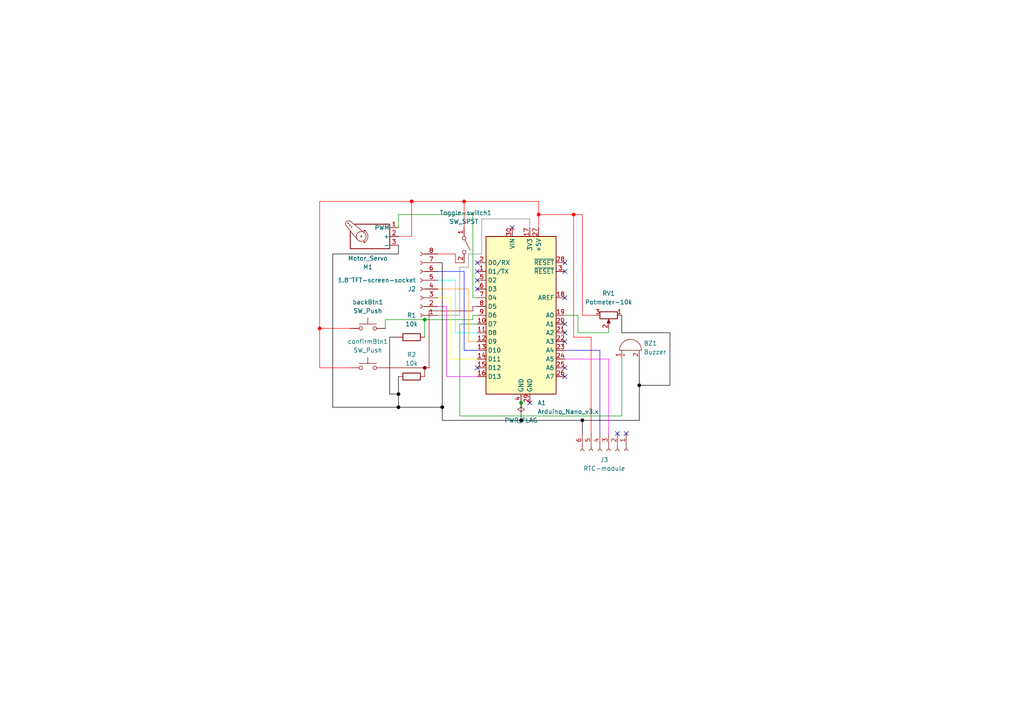
<source format=kicad_sch>
(kicad_sch (version 20231120) (generator "eeschema") (generator_version "8.0")
  (paper "A4")
  (lib_symbols
    (symbol "Connector:Conn_01x06_Socket" (pin_names (offset 1.016) hide)
      (property "Reference" "J" (at 0 7.62 0))
      (property "Value" "Conn_01x06_Socket" (at 0 -10.16 0))
      (symbol "Conn_01x06_Socket_1_1"
        (arc (start 0 -7.112) (mid -0.5058 -7.62) (end 0 -8.128) (stroke (width 0.1524)))
        (arc (start 0 -4.572) (mid -0.5058 -5.08) (end 0 -5.588) (stroke (width 0.1524)))
        (arc (start 0 -2.032) (mid -0.5058 -2.54) (end 0 -3.048) (stroke (width 0.1524)))
        (polyline (pts (xy -1.27 -7.62) (xy -0.508 -7.62)) (stroke (width 0.1524)))
        (polyline (pts (xy -1.27 -5.08) (xy -0.508 -5.08)) (stroke (width 0.1524)))
        (polyline (pts (xy -1.27 -2.54) (xy -0.508 -2.54)) (stroke (width 0.1524)))
        (polyline (pts (xy -1.27 0) (xy -0.508 0)) (stroke (width 0.1524)))
        (polyline (pts (xy -1.27 2.54) (xy -0.508 2.54)) (stroke (width 0.1524)))
        (polyline (pts (xy -1.27 5.08) (xy -0.508 5.08)) (stroke (width 0.1524)))
        (arc (start 0 0.508) (mid -0.5058 0) (end 0 -0.508) (stroke (width 0.1524)))
        (arc (start 0 3.048) (mid -0.5058 2.54) (end 0 2.032) (stroke (width 0.1524)))
        (arc (start 0 5.588) (mid -0.5058 5.08) (end 0 4.572) (stroke (width 0.1524)))
        (pin passive line (at -5.08 5.08 0) (length 3.81) (name "Pin_1") (number "1"))
        (pin passive line (at -5.08 2.54 0) (length 3.81) (name "Pin_2") (number "2"))
        (pin passive line (at -5.08 0 0) (length 3.81) (name "Pin_3") (number "3"))
        (pin passive line (at -5.08 -2.54 0) (length 3.81) (name "Pin_4") (number "4"))
        (pin passive line (at -5.08 -5.08 0) (length 3.81) (name "Pin_5") (number "5"))
        (pin passive line (at -5.08 -7.62 0) (length 3.81) (name "Pin_6") (number "6"))
      )
    )
    (symbol "Connector:Conn_01x08_Socket" (pin_names (offset 1.016) hide)
      (property "Reference" "J" (at 0 10.16 0))
      (property "Value" "Conn_01x08_Socket" (at 0 -12.7 0))
      (symbol "Conn_01x08_Socket_1_1"
        (arc (start 0 -9.652) (mid -0.5058 -10.16) (end 0 -10.668) (stroke (width 0.1524)))
        (arc (start 0 -7.112) (mid -0.5058 -7.62) (end 0 -8.128) (stroke (width 0.1524)))
        (arc (start 0 -4.572) (mid -0.5058 -5.08) (end 0 -5.588) (stroke (width 0.1524)))
        (arc (start 0 -2.032) (mid -0.5058 -2.54) (end 0 -3.048) (stroke (width 0.1524)))
        (polyline (pts (xy -1.27 -10.16) (xy -0.508 -10.16)) (stroke (width 0.1524)))
        (polyline (pts (xy -1.27 -7.62) (xy -0.508 -7.62)) (stroke (width 0.1524)))
        (polyline (pts (xy -1.27 -5.08) (xy -0.508 -5.08)) (stroke (width 0.1524)))
        (polyline (pts (xy -1.27 -2.54) (xy -0.508 -2.54)) (stroke (width 0.1524)))
        (polyline (pts (xy -1.27 0) (xy -0.508 0)) (stroke (width 0.1524)))
        (polyline (pts (xy -1.27 2.54) (xy -0.508 2.54)) (stroke (width 0.1524)))
        (polyline (pts (xy -1.27 5.08) (xy -0.508 5.08)) (stroke (width 0.1524)))
        (polyline (pts (xy -1.27 7.62) (xy -0.508 7.62)) (stroke (width 0.1524)))
        (arc (start 0 0.508) (mid -0.5058 0) (end 0 -0.508) (stroke (width 0.1524)))
        (arc (start 0 3.048) (mid -0.5058 2.54) (end 0 2.032) (stroke (width 0.1524)))
        (arc (start 0 5.588) (mid -0.5058 5.08) (end 0 4.572) (stroke (width 0.1524)))
        (arc (start 0 8.128) (mid -0.5058 7.62) (end 0 7.112) (stroke (width 0.1524)))
        (pin passive line (at -5.08 7.62 0) (length 3.81) (name "Pin_1") (number "1"))
        (pin passive line (at -5.08 5.08 0) (length 3.81) (name "Pin_2") (number "2"))
        (pin passive line (at -5.08 2.54 0) (length 3.81) (name "Pin_3") (number "3"))
        (pin passive line (at -5.08 0 0) (length 3.81) (name "Pin_4") (number "4"))
        (pin passive line (at -5.08 -2.54 0) (length 3.81) (name "Pin_5") (number "5"))
        (pin passive line (at -5.08 -5.08 0) (length 3.81) (name "Pin_6") (number "6"))
        (pin passive line (at -5.08 -7.62 0) (length 3.81) (name "Pin_7") (number "7"))
        (pin passive line (at -5.08 -10.16 0) (length 3.81) (name "Pin_8") (number "8"))
      )
    )
    (symbol "Device:Buzzer" (pin_names (offset 0.0254) hide)
      (property "Reference" "BZ" (at 3.81 1.27 0))
      (property "Value" "Buzzer" (at 3.81 -1.27 0))
      (symbol "Buzzer_0_1"
        (arc (start 0 -3.175) (mid 3.1612 0) (end 0 3.175))
        (polyline (pts (xy -1.651 1.905) (xy -1.143 1.905)))
        (polyline (pts (xy -1.397 2.159) (xy -1.397 1.651)))
        (polyline (pts (xy 0 3.175) (xy 0 -3.175)))
      )
      (symbol "Buzzer_1_1"
        (pin passive line (at -2.54 2.54 0) (length 2.54) (name "+") (number "1"))
        (pin passive line (at -2.54 -2.54 0) (length 2.54) (name "-") (number "2"))
      )
    )
    (symbol "Device:R" (pin_numbers hide) (pin_names (offset 0))
      (property "Reference" "R" (at 2.032 0 90))
      (property "Value" "R" (at 0 0 90))
      (symbol "R_0_1"
        (rectangle (start -1.016 -2.54) (end 1.016 2.54) (stroke (width 0.254)))
      )
      (symbol "R_1_1"
        (pin passive line (at 0 3.81 270) (length 1.27) (name "~") (number "1"))
        (pin passive line (at 0 -3.81 90) (length 1.27) (name "~") (number "2"))
      )
    )
    (symbol "Device:R_Potentiometer" (pin_names (offset 1.016) hide)
      (property "Reference" "RV" (at -4.445 0 90))
      (property "Value" "R_Potentiometer" (at -2.54 0 90))
      (symbol "R_Potentiometer_0_1"
        (polyline (pts (xy 2.54 0) (xy 1.524 0)))
        (polyline (pts (xy 1.143 0) (xy 2.286 0.508) (xy 2.286 -0.508) (xy 1.143 0)) (fill (type outline)))
        (rectangle (start 1.016 2.54) (end -1.016 -2.54) (stroke (width 0.254)))
      )
      (symbol "R_Potentiometer_1_1"
        (pin passive line (at 0 3.81 270) (length 1.27) (name "1") (number "1"))
        (pin passive line (at 3.81 0 180) (length 1.27) (name "2") (number "2"))
        (pin passive line (at 0 -3.81 90) (length 1.27) (name "3") (number "3"))
      )
    )
    (symbol "MCU_Module:Arduino_Nano_v3.x"
      (property "Reference" "A" (at -10.16 23.495 0))
      (property "Value" "Arduino_Nano_v3.x" (at 5.08 -24.13 0))
      (symbol "Arduino_Nano_v3.x_0_1"
        (rectangle (start -10.16 22.86) (end 10.16 -22.86) (stroke (width 0.254)) (fill (type background)))
      )
      (symbol "Arduino_Nano_v3.x_1_1"
        (pin bidirectional line (at -12.7 12.7 0) (length 2.54) (name "D1/TX") (number "1"))
        (pin bidirectional line (at -12.7 -2.54 0) (length 2.54) (name "D7") (number "10"))
        (pin bidirectional line (at -12.7 -5.08 0) (length 2.54) (name "D8") (number "11"))
        (pin bidirectional line (at -12.7 -7.62 0) (length 2.54) (name "D9") (number "12"))
        (pin bidirectional line (at -12.7 -10.16 0) (length 2.54) (name "D10") (number "13"))
        (pin bidirectional line (at -12.7 -12.7 0) (length 2.54) (name "D11") (number "14"))
        (pin bidirectional line (at -12.7 -15.24 0) (length 2.54) (name "D12") (number "15"))
        (pin bidirectional line (at -12.7 -17.78 0) (length 2.54) (name "D13") (number "16"))
        (pin power_out line (at 2.54 25.4 270) (length 2.54) (name "3V3") (number "17"))
        (pin input line (at 12.7 5.08 180) (length 2.54) (name "AREF") (number "18"))
        (pin bidirectional line (at 12.7 0 180) (length 2.54) (name "A0") (number "19"))
        (pin bidirectional line (at -12.7 15.24 0) (length 2.54) (name "D0/RX") (number "2"))
        (pin bidirectional line (at 12.7 -2.54 180) (length 2.54) (name "A1") (number "20"))
        (pin bidirectional line (at 12.7 -5.08 180) (length 2.54) (name "A2") (number "21"))
        (pin bidirectional line (at 12.7 -7.62 180) (length 2.54) (name "A3") (number "22"))
        (pin bidirectional line (at 12.7 -10.16 180) (length 2.54) (name "A4") (number "23"))
        (pin bidirectional line (at 12.7 -12.7 180) (length 2.54) (name "A5") (number "24"))
        (pin bidirectional line (at 12.7 -15.24 180) (length 2.54) (name "A6") (number "25"))
        (pin bidirectional line (at 12.7 -17.78 180) (length 2.54) (name "A7") (number "26"))
        (pin power_out line (at 5.08 25.4 270) (length 2.54) (name "+5V") (number "27"))
        (pin input line (at 12.7 15.24 180) (length 2.54) (name "~{RESET}") (number "28"))
        (pin power_in line (at 2.54 -25.4 90) (length 2.54) (name "GND") (number "29"))
        (pin input line (at 12.7 12.7 180) (length 2.54) (name "~{RESET}") (number "3"))
        (pin power_in line (at -2.54 25.4 270) (length 2.54) (name "VIN") (number "30"))
        (pin power_in line (at 0 -25.4 90) (length 2.54) (name "GND") (number "4"))
        (pin bidirectional line (at -12.7 10.16 0) (length 2.54) (name "D2") (number "5"))
        (pin bidirectional line (at -12.7 7.62 0) (length 2.54) (name "D3") (number "6"))
        (pin bidirectional line (at -12.7 5.08 0) (length 2.54) (name "D4") (number "7"))
        (pin bidirectional line (at -12.7 2.54 0) (length 2.54) (name "D5") (number "8"))
        (pin bidirectional line (at -12.7 0 0) (length 2.54) (name "D6") (number "9"))
      )
    )
    (symbol "Motor:Motor_Servo" (pin_names (offset 0.0254))
      (property "Reference" "M" (at -5.08 4.445 0))
      (property "Value" "Motor_Servo" (at -5.08 -4.064 0))
      (symbol "Motor_Servo_0_1"
        (polyline (pts (xy 2.413 -1.778) (xy 2.032 -1.778)))
        (polyline (pts (xy 2.413 -1.778) (xy 2.286 -1.397)))
        (polyline (pts (xy 2.413 1.778) (xy 1.905 1.778)))
        (polyline (pts (xy 2.413 1.778) (xy 2.286 1.397)))
        (polyline (pts (xy 6.35 4.445) (xy 2.54 1.27)))
        (polyline (pts (xy 7.62 3.175) (xy 4.191 -1.016)))
        (polyline (pts (xy 5.08 3.556) (xy -5.08 3.556) (xy -5.08 -3.556) (xy 6.35 -3.556) (xy 6.35 1.524)) (stroke (width 0.254)))
        (arc (start 2.413 1.778) (mid 1.2406 0) (end 2.413 -1.778))
        (circle (center 3.175 0) (radius 0.1778))
        (circle (center 3.175 0) (radius 1.4224))
        (circle (center 5.969 2.794) (radius 0.127))
        (circle (center 6.477 3.302) (radius 0.127))
        (circle (center 6.985 3.81) (radius 0.127))
        (arc (start 7.62 3.175) (mid 7.4485 4.2735) (end 6.35 4.445))
      )
      (symbol "Motor_Servo_1_1"
        (pin passive line (at -7.62 2.54 0) (length 2.54) (name "PWM") (number "1"))
        (pin passive line (at -7.62 0 0) (length 2.54) (name "+") (number "2"))
        (pin passive line (at -7.62 -2.54 0) (length 2.54) (name "-") (number "3"))
      )
    )
    (symbol "Switch:SW_Push" (pin_numbers hide) (pin_names (offset 1.016) hide)
      (property "Reference" "SW" (at 1.27 2.54 0))
      (property "Value" "SW_Push" (at 0 -1.524 0))
      (symbol "SW_Push_0_1"
        (circle (center -2.032 0) (radius 0.508))
        (polyline (pts (xy 0 1.27) (xy 0 3.048)))
        (polyline (pts (xy 2.54 1.27) (xy -2.54 1.27)))
        (circle (center 2.032 0) (radius 0.508))
        (pin passive line (at -5.08 0 0) (length 2.54) (name "1") (number "1"))
        (pin passive line (at 5.08 0 180) (length 2.54) (name "2") (number "2"))
      )
    )
    (symbol "Switch:SW_SPST" (pin_names (offset 0) hide)
      (property "Reference" "SW" (at 0 3.175 0))
      (property "Value" "SW_SPST" (at 0 -2.54 0))
      (symbol "SW_SPST_0_0"
        (circle (center -2.032 0) (radius 0.508))
        (polyline (pts (xy -1.524 0.254) (xy 1.524 1.778)))
        (circle (center 2.032 0) (radius 0.508))
      )
      (symbol "SW_SPST_1_1"
        (pin passive line (at -5.08 0 0) (length 2.54) (name "A") (number "1"))
        (pin passive line (at 5.08 0 180) (length 2.54) (name "B") (number "2"))
      )
    )
    (symbol "power:PWR_FLAG" (power) (pin_numbers hide) (pin_names (offset 0) hide)
      (property "Value" "PWR_FLAG" (at 0 3.81 0))
      (symbol "PWR_FLAG_0_0"
        (pin power_out line (at 0 0 90) (length 0) (name "~") (number "1"))
      )
      (symbol "PWR_FLAG_0_1"
        (polyline (pts (xy 0 0) (xy 0 1.27) (xy -1.016 1.905) (xy 0 2.54) (xy 1.016 1.905) (xy 0 1.27)))
      )
    )
  )
  (junction (at 115.57 118.11) (color 0 0 0 1))
  (junction (at 156.21 62.23) (color 255 0 0 1))
  (junction (at 134.62 58.42) (color 255 0 0 1))
  (junction (at 92.71 95.25) (color 255 0 0 1))
  (junction (at 151.13 116.84))
  (junction (at 119.38 58.42) (color 255 0 0 1))
  (junction (at 123.19 92.71))
  (junction (at 123.19 106.68) (color 132 0 0 1))
  (junction (at 166.37 62.23) (color 255 0 0 1))
  (junction (at 128.27 118.11) (color 0 0 0 1))
  (junction (at 185.42 111.76) (color 0 0 0 1))
  (junction (at 151.13 121.92) (color 0 0 0 1))
  (junction (at 168.91 121.92) (color 0 0 0 1))
  (junction (at 115.57 114.3) (color 0 0 0 1))
  (no_connect (at 163.83 78.74))
  (no_connect (at 138.43 83.82))
  (no_connect (at 181.61 125.73))
  (no_connect (at 163.83 93.98))
  (no_connect (at 163.83 109.22))
  (no_connect (at 148.59 66.04))
  (no_connect (at 138.43 106.68))
  (no_connect (at 163.83 76.2))
  (no_connect (at 163.83 96.52))
  (no_connect (at 153.67 116.84))
  (no_connect (at 163.83 86.36))
  (no_connect (at 138.43 76.2))
  (no_connect (at 179.07 125.73))
  (no_connect (at 163.83 99.06))
  (no_connect (at 138.43 78.74))
  (no_connect (at 163.83 106.68))
  (no_connect (at 138.43 81.28))
  (wire (pts (xy 115.57 114.3) (xy 115.57 118.11)) (stroke (width 0) (color 0 0 0 1)))
  (wire (pts (xy 137.16 88.9) (xy 137.16 90.17)) (stroke (width 0) (color 132 0 0 1)))
  (wire (pts (xy 113.03 97.79) (xy 113.03 114.3)) (stroke (width 0) (color 0 0 0 1)))
  (wire (pts (xy 163.83 104.14) (xy 176.53 104.14)) (stroke (width 0) (color 255 0 255 1)))
  (wire (pts (xy 133.35 120.65) (xy 133.35 93.98)))
  (wire (pts (xy 167.64 96.52) (xy 167.64 91.44)))
  (wire (pts (xy 171.45 125.73) (xy 171.45 97.79)) (stroke (width 0) (color 255 0 0 1)))
  (wire (pts (xy 115.57 62.23) (xy 137.16 62.23)))
  (wire (pts (xy 123.19 106.68) (xy 123.19 109.22)) (stroke (width 0) (color 132 0 0 1)))
  (wire (pts (xy 123.19 106.68) (xy 111.76 106.68)) (stroke (width 0) (color 132 0 0 1)))
  (wire (pts (xy 115.57 62.23) (xy 115.57 66.04)))
  (wire (pts (xy 134.62 78.74) (xy 134.62 101.6)) (stroke (width 0) (color 0 0 255 1)))
  (wire (pts (xy 127 86.36) (xy 130.81 86.36)) (stroke (width 0) (color 255 255 0 1)))
  (wire (pts (xy 130.81 86.36) (xy 130.81 104.14)) (stroke (width 0) (color 255 255 0 1)))
  (wire (pts (xy 128.27 118.11) (xy 128.27 121.92)) (stroke (width 0) (color 0 0 0 1)))
  (wire (pts (xy 119.38 68.58) (xy 119.38 58.42)) (stroke (width 0) (color 255 0 0 1)))
  (wire (pts (xy 180.34 96.52) (xy 194.31 96.52)) (stroke (width 0) (color 0 0 0 1)))
  (wire (pts (xy 127 83.82) (xy 135.89 83.82)) (stroke (width 0) (color 255 153 0 1)))
  (wire (pts (xy 168.91 62.23) (xy 166.37 62.23)) (stroke (width 0) (color 255 0 0 1)))
  (wire (pts (xy 115.57 118.11) (xy 128.27 118.11)) (stroke (width 0) (color 0 0 0 1)))
  (wire (pts (xy 128.27 76.2) (xy 128.27 118.11)) (stroke (width 0) (color 0 0 0 1)))
  (wire (pts (xy 167.64 91.44) (xy 163.83 91.44)))
  (wire (pts (xy 115.57 109.22) (xy 115.57 114.3)) (stroke (width 0) (color 0 0 0 1)))
  (wire (pts (xy 166.37 62.23) (xy 156.21 62.23)) (stroke (width 0) (color 255 0 0 1)))
  (wire (pts (xy 137.16 92.71) (xy 123.19 92.71)))
  (wire (pts (xy 185.42 104.14) (xy 185.42 111.76)) (stroke (width 0) (color 0 0 0 1)))
  (wire (pts (xy 113.03 114.3) (xy 115.57 114.3)) (stroke (width 0) (color 0 0 0 1)))
  (wire (pts (xy 133.35 91.44) (xy 133.35 77.47)) (stroke (width 0) (color 132 132 132 1)))
  (wire (pts (xy 127 73.66) (xy 132.08 73.66)) (stroke (width 0) (color 255 0 0 1)))
  (wire (pts (xy 132.08 73.66) (xy 132.08 76.2)) (stroke (width 0) (color 255 0 0 1)))
  (wire (pts (xy 127 76.2) (xy 128.27 76.2)) (stroke (width 0) (color 0 0 0 1)))
  (wire (pts (xy 134.62 58.42) (xy 134.62 66.04)) (stroke (width 0) (color 255 0 0 1)))
  (wire (pts (xy 123.19 92.71) (xy 111.76 92.71)))
  (wire (pts (xy 124.46 90.17) (xy 124.46 106.68)) (stroke (width 0) (color 132 0 0 1)))
  (wire (pts (xy 138.43 91.44) (xy 137.16 91.44)))
  (wire (pts (xy 194.31 111.76) (xy 185.42 111.76)) (stroke (width 0) (color 0 0 0 1)))
  (wire (pts (xy 127 91.44) (xy 133.35 91.44)) (stroke (width 0) (color 132 132 132 1)))
  (wire (pts (xy 115.57 68.58) (xy 119.38 68.58)) (stroke (width 0) (color 255 0 0 1)))
  (wire (pts (xy 137.16 90.17) (xy 124.46 90.17)) (stroke (width 0) (color 132 0 0 1)))
  (wire (pts (xy 156.21 62.23) (xy 156.21 66.04)) (stroke (width 0) (color 255 0 0 1)))
  (wire (pts (xy 127 88.9) (xy 129.54 88.9)) (stroke (width 0) (color 255 0 255 1)))
  (wire (pts (xy 129.54 88.9) (xy 129.54 109.22)) (stroke (width 0) (color 255 0 255 1)))
  (wire (pts (xy 119.38 58.42) (xy 134.62 58.42)) (stroke (width 0) (color 255 0 0 1)))
  (wire (pts (xy 194.31 96.52) (xy 194.31 111.76)) (stroke (width 0) (color 0 0 0 1)))
  (wire (pts (xy 135.89 99.06) (xy 138.43 99.06)) (stroke (width 0) (color 255 153 0 1)))
  (wire (pts (xy 168.91 121.92) (xy 168.91 125.73)) (stroke (width 0) (color 0 0 0 1)))
  (wire (pts (xy 115.57 97.79) (xy 113.03 97.79)) (stroke (width 0) (color 0 0 0 1)))
  (wire (pts (xy 115.57 71.12) (xy 115.57 73.66)) (stroke (width 0) (color 0 0 0 1)))
  (wire (pts (xy 176.53 95.25) (xy 176.53 96.52)))
  (wire (pts (xy 156.21 58.42) (xy 156.21 62.23)) (stroke (width 0) (color 255 0 0 1)))
  (wire (pts (xy 185.42 111.76) (xy 185.42 121.92)) (stroke (width 0) (color 0 0 0 1)))
  (wire (pts (xy 137.16 62.23) (xy 137.16 86.36)))
  (wire (pts (xy 133.35 77.47) (xy 135.89 77.47)) (stroke (width 0) (color 132 132 132 1)))
  (wire (pts (xy 92.71 95.25) (xy 92.71 58.42)) (stroke (width 0) (color 255 0 0 1)))
  (wire (pts (xy 172.72 91.44) (xy 168.91 91.44)) (stroke (width 0) (color 255 0 0 1)))
  (wire (pts (xy 176.53 125.73) (xy 176.53 104.14)) (stroke (width 0) (color 255 0 255 1)))
  (wire (pts (xy 101.6 106.68) (xy 92.71 106.68)) (stroke (width 0) (color 255 0 0 1)))
  (wire (pts (xy 137.16 86.36) (xy 138.43 86.36)))
  (wire (pts (xy 171.45 97.79) (xy 166.37 97.79)) (stroke (width 0) (color 255 0 0 1)))
  (wire (pts (xy 176.53 96.52) (xy 167.64 96.52)))
  (wire (pts (xy 163.83 101.6) (xy 173.99 101.6)) (stroke (width 0) (color 0 0 255 1)))
  (wire (pts (xy 96.52 73.66) (xy 96.52 118.11)) (stroke (width 0) (color 0 0 0 1)))
  (wire (pts (xy 130.81 104.14) (xy 138.43 104.14)) (stroke (width 0) (color 255 255 0 1)))
  (wire (pts (xy 168.91 91.44) (xy 168.91 62.23)) (stroke (width 0) (color 255 0 0 1)))
  (wire (pts (xy 137.16 91.44) (xy 137.16 92.71)))
  (wire (pts (xy 134.62 101.6) (xy 138.43 101.6)) (stroke (width 0) (color 0 0 255 1)))
  (wire (pts (xy 111.76 92.71) (xy 111.76 95.25)))
  (wire (pts (xy 132.08 81.28) (xy 132.08 96.52)) (stroke (width 0) (color 0 255 255 1)))
  (wire (pts (xy 124.46 106.68) (xy 123.19 106.68)) (stroke (width 0) (color 132 0 0 1)))
  (wire (pts (xy 132.08 76.2) (xy 134.62 76.2)) (stroke (width 0) (color 255 0 0 1)))
  (wire (pts (xy 127 81.28) (xy 132.08 81.28)) (stroke (width 0) (color 0 255 255 1)))
  (wire (pts (xy 96.52 118.11) (xy 115.57 118.11)) (stroke (width 0) (color 0 0 0 1)))
  (wire (pts (xy 153.67 63.5) (xy 153.67 66.04)) (stroke (width 0) (color 132 132 132 1)))
  (wire (pts (xy 123.19 92.71) (xy 123.19 97.79)))
  (wire (pts (xy 132.08 96.52) (xy 138.43 96.52)) (stroke (width 0) (color 0 255 255 1)))
  (wire (pts (xy 173.99 125.73) (xy 173.99 101.6)) (stroke (width 0) (color 0 0 255 1)))
  (wire (pts (xy 166.37 62.23) (xy 166.37 97.79)) (stroke (width 0) (color 255 0 0 1)))
  (wire (pts (xy 138.43 88.9) (xy 137.16 88.9)) (stroke (width 0) (color 132 0 0 1)))
  (wire (pts (xy 127 78.74) (xy 134.62 78.74)) (stroke (width 0) (color 0 0 255 1)))
  (wire (pts (xy 135.89 73.66) (xy 139.7 73.66)) (stroke (width 0) (color 132 132 132 1)))
  (wire (pts (xy 133.35 93.98) (xy 138.43 93.98)))
  (wire (pts (xy 92.71 58.42) (xy 119.38 58.42)) (stroke (width 0) (color 255 0 0 1)))
  (wire (pts (xy 180.34 91.44) (xy 180.34 96.52)) (stroke (width 0) (color 0 0 0 1)))
  (wire (pts (xy 92.71 106.68) (xy 92.71 95.25)) (stroke (width 0) (color 255 0 0 1)))
  (wire (pts (xy 185.42 121.92) (xy 168.91 121.92)) (stroke (width 0) (color 0 0 0 1)))
  (wire (pts (xy 180.34 120.65) (xy 133.35 120.65)))
  (wire (pts (xy 139.7 63.5) (xy 153.67 63.5)) (stroke (width 0) (color 132 132 132 1)))
  (wire (pts (xy 168.91 121.92) (xy 151.13 121.92)) (stroke (width 0) (color 0 0 0 1)))
  (wire (pts (xy 139.7 73.66) (xy 139.7 63.5)) (stroke (width 0) (color 132 132 132 1)))
  (wire (pts (xy 135.89 77.47) (xy 135.89 73.66)) (stroke (width 0) (color 132 132 132 1)))
  (wire (pts (xy 128.27 121.92) (xy 151.13 121.92)) (stroke (width 0) (color 0 0 0 1)))
  (wire (pts (xy 129.54 109.22) (xy 138.43 109.22)) (stroke (width 0) (color 255 0 255 1)))
  (wire (pts (xy 180.34 104.14) (xy 180.34 120.65)))
  (wire (pts (xy 135.89 83.82) (xy 135.89 99.06)) (stroke (width 0) (color 255 153 0 1)))
  (wire (pts (xy 101.6 95.25) (xy 92.71 95.25)) (stroke (width 0) (color 255 0 0 1)))
  (wire (pts (xy 134.62 58.42) (xy 156.21 58.42)) (stroke (width 0) (color 255 0 0 1)))
  (wire (pts (xy 115.57 73.66) (xy 96.52 73.66)) (stroke (width 0) (color 0 0 0 1)))
  (wire (pts (xy 151.13 121.92) (xy 151.13 116.84)) (stroke (width 0) (color 0 0 0 1)))
  (symbol (lib_id "Device:Buzzer") (at 182.88 101.6 90) (unit 1)
    (property "Reference" "BZ1" (at 186.69 99.5748 90) (effects (justify right)))
    (property "Value" "Buzzer" (at 186.69 102.1148 90) (effects (justify right)))
    (property "Footprint" "Buzzer_Beeper:Buzzer_TDK_PS1240P02BT_D12.2mm_H6.5mm" (effects (hide yes)))
    (property "Description" "Buzzer, polarized" (effects (hide yes)))
  )
  (symbol (lib_id "Connector:Conn_01x08_Socket") (at 121.92 83.82 180) (unit 1)
    (property "Reference" "J2" (at 120.65 83.8201 0) (effects (justify left)))
    (property "Value" "1.8\"TFT-screen-socket" (at 120.65 81.28 0) (effects (justify left)))
    (property "Footprint" "Connector_PinSocket_2.54mm:PinSocket_1x08_P2.54mm_Vertical" (effects (hide yes)))
    (property "Description" "Generic connector, single row, 01x08, script generated" (effects (hide yes)))
  )
  (symbol (lib_id "Switch:SW_Push") (at 106.68 106.68 0) (unit 1)
    (property "Reference" "confirmBtn1" (at 106.68 99.06 0))
    (property "Value" "SW_Push" (at 106.68 101.6 0))
    (property "Footprint" "Button_Switch_THT:SW_Push_2P1T_Toggle_CK_PVA1xxH1xxxxxxV2" (effects (hide yes)))
    (property "Description" "Push button switch, generic, two pins" (effects (hide yes)))
  )
  (symbol (lib_id "Switch:SW_SPST") (at 134.62 71.12 270) (unit 1)
    (property "Reference" "Toggle-switch1" (at 127.508 61.722 90) (effects (justify left)))
    (property "Value" "SW_SPST" (at 130.302 64.262 90) (effects (justify left)))
    (property "Footprint" "Connector_PinSocket_2.54mm:PinSocket_1x03_P2.54mm_Vertical" (effects (hide yes)))
    (property "Description" "Single Pole Single Throw (SPST) switch" (effects (hide yes)))
  )
  (symbol (lib_id "Device:R_Potentiometer") (at 176.53 91.44 270) (unit 1)
    (property "Reference" "RV1" (at 176.53 85.09 90))
    (property "Value" "Potmeter-10k" (at 176.53 87.63 90))
    (property "Footprint" "Potentiometer_THT:Potentiometer_Piher_PC-16_Single_Vertical" (effects (hide yes)))
    (property "Description" "Potentiometer" (effects (hide yes)))
  )
  (symbol (lib_id "MCU_Module:Arduino_Nano_v3.x") (at 151.13 91.44 0) (unit 1)
    (property "Reference" "A1" (at 155.8641 116.84 0) (effects (justify left)))
    (property "Value" "Arduino_Nano_v3.x" (at 155.8641 119.38 0) (effects (justify left)))
    (property "Footprint" "Module:Arduino_Nano" (effects (hide yes)))
    (property "Datasheet" "http://www.mouser.com/pdfdocs/Gravitech_Arduino_Nano3_0.pdf" (effects (hide yes)))
    (property "Description" "Arduino Nano v3.x" (effects (hide yes)))
  )
  (symbol (lib_id "Device:R") (at 119.38 109.22 90) (unit 1)
    (property "Reference" "R2" (at 119.38 102.87 90))
    (property "Value" "10k" (at 119.38 105.41 90))
    (property "Footprint" "Resistor_THT:R_Axial_DIN0207_L6.3mm_D2.5mm_P10.16mm_Horizontal" (effects (hide yes)))
    (property "Description" "Resistor" (effects (hide yes)))
  )
  (symbol (lib_id "Connector:Conn_01x06_Socket") (at 176.53 130.81 270) (unit 1)
    (property "Reference" "J3" (at 175.26 133.35 90))
    (property "Value" "RTC-module" (at 175.26 135.89 90))
    (property "Footprint" "Connector_PinSocket_2.54mm:PinSocket_1x06_P2.54mm_Vertical" (effects (hide yes)))
    (property "Description" "Generic connector, single row, 01x06, script generated" (effects (hide yes)))
  )
  (symbol (lib_id "power:PWR_FLAG") (at 151.13 116.84 180) (unit 1)
    (property "Reference" "#FLG01" (effects (hide yes)))
    (property "Value" "PWR_FLAG" (at 151.13 121.92 0))
    (property "Description" "Special symbol for telling ERC where power comes from" (effects (hide yes)))
  )
  (symbol (lib_id "Device:R") (at 119.38 97.79 90) (unit 1)
    (property "Reference" "R1" (at 119.38 91.44 90))
    (property "Value" "10k" (at 119.38 93.98 90))
    (property "Footprint" "Resistor_THT:R_Axial_DIN0207_L6.3mm_D2.5mm_P10.16mm_Horizontal" (effects (hide yes)))
    (property "Description" "Resistor" (effects (hide yes)))
  )
  (symbol (lib_id "Motor:Motor_Servo") (at 107.95 68.58 0) (mirror y) (unit 1)
    (property "Reference" "M1" (at 106.6911 77.47 0))
    (property "Value" "Motor_Servo" (at 106.6911 74.93 0))
    (property "Footprint" "Connector_PinHeader_2.54mm:PinHeader_1x03_P2.54mm_Vertical" (effects (hide yes)))
    (property "Datasheet" "http://forums.parallax.com/uploads/attachments/46831/74481.png" (effects (hide yes)))
    (property "Description" "Servo Motor (Futaba, HiTec, JR connector)" (effects (hide yes)))
  )
  (symbol (lib_id "Switch:SW_Push") (at 106.68 95.25 0) (unit 1)
    (property "Reference" "backBtn1" (at 106.68 87.63 0))
    (property "Value" "SW_Push" (at 106.68 90.17 0))
    (property "Footprint" "Button_Switch_THT:SW_Push_2P1T_Toggle_CK_PVA1xxH1xxxxxxV2" (effects (hide yes)))
    (property "Description" "Push button switch, generic, two pins" (effects (hide yes)))
  )
)
</source>
